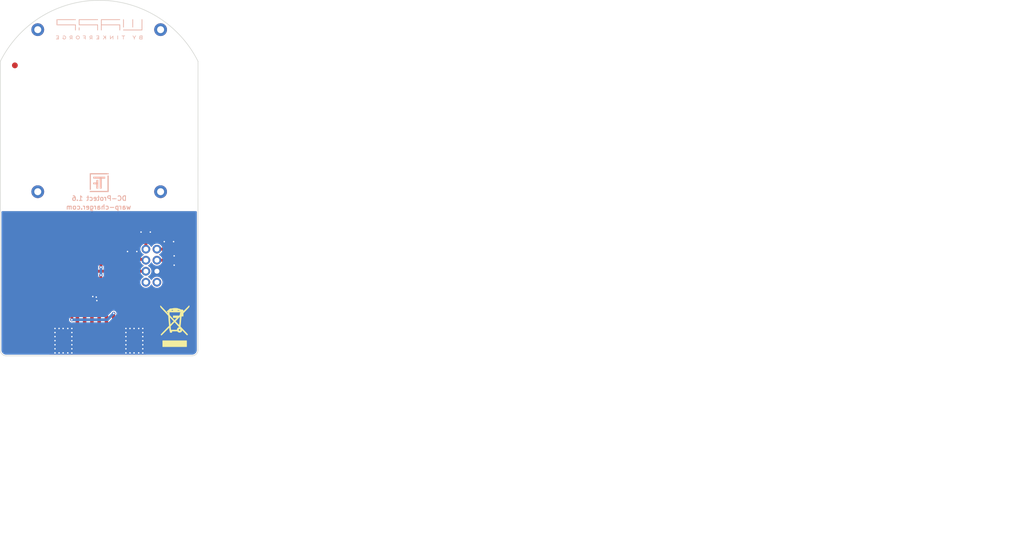
<source format=kicad_pcb>
(kicad_pcb (version 20221018) (generator pcbnew)
  (title_block (title "DC Protect X804") (date "2023-06-30") (rev "1.6") (company "Tinkerforge GmbH") (comment 1 "Licensed under CERN OHL v.1.1") (comment 2 "Copyright (©) 2023, T.Schneidermann <tim@tinkerforge.com>"))
  (layers (0 "F.Cu" signal) (31 "B.Cu" signal) (34 "B.Paste" user) (35 "F.Paste" user) (36 "B.SilkS" user "B.Silkscreen") (37 "F.SilkS" user "F.Silkscreen") (38 "B.Mask" user) (39 "F.Mask" user) (44 "Edge.Cuts" user))
  (net 0 "")
  (net 1 "Net-(C1-Pad1)")
  (net 2 "Net-(C2-Pad1)")
  (net 3 "Net-(P1-Pad6)")
  (net 4 "Net-(C3-Pad1)")
  (net 5 "Net-(C4-Pad1)")
  (net 8 "GND")
  (footprint "kicad-libraries:Fiducial_Mark" (layer "F.Cu") (at 105.5 104.7)
    (fp_text reference "Fiducial_Mark" hide)
    (fp_text value "VAL**" hide)
    (pad "1" smd circle (at 0 0) (size 1.00076 1.00076) (layers "F.Cu" "F.Paste" "F.Mask") (clearance 0.65024))
  )
  (footprint "kicad-libraries:C0402E" (layer "F.Cu") (at 125.675 109.95 90)
    (fp_text reference "C4")
    (fp_text value "100nF")
    (pad "1" smd rect (at -0.65 0 90) (size 0.7 0.9) (layers "F.Cu" "F.Paste" "F.Mask") (net 5 "Net-(C4-Pad1)"))
    (pad "2" smd rect (at 0.65 0 90) (size 0.7 0.9) (layers "F.Cu" "F.Paste" "F.Mask") (net 8 "GND"))
  )
  (footprint "kicad-libraries:C0805E" (layer "F.Cu") (at 118 119.2 180)
    (fp_text reference "C5")
    (fp_text value "DNP")
    (pad "1" smd rect (at -0.95 0 180) (size 1.3 1.5) (layers "F.Cu" "F.Paste" "F.Mask") (net 8 "GND") (clearance 0.14986))
    (pad "2" smd rect (at 0.95 0 180) (size 1.3 1.5) (layers "F.Cu" "F.Paste" "F.Mask") (net 3 "Net-(P1-Pad6)") (clearance 0.14986))
  )
  (footprint "kicad-libraries:Fiducial_Mark" (layer "F.Cu") (at 134.5 104.7)
    (fp_text reference "Fiducial_Mark" hide)
    (fp_text value "VAL**" hide)
    (pad "1" smd circle (at 0 0) (size 1.00076 1.00076) (layers "F.Cu" "F.Paste" "F.Mask") (clearance 0.65024))
  )
  (footprint "kicad-libraries:C0402E" (layer "F.Cu") (at 118.2 117.7 180)
    (fp_text reference "C6")
    (fp_text value "DNP")
    (pad "1" smd rect (at -0.65 0 180) (size 0.7 0.9) (layers "F.Cu" "F.Paste" "F.Mask") (net 8 "GND"))
    (pad "2" smd rect (at 0.65 0 180) (size 0.7 0.9) (layers "F.Cu" "F.Paste" "F.Mask") (net 3 "Net-(P1-Pad6)"))
  )
  (footprint "kicad-libraries:DC-Protect" (layer "F.Cu") (at 120 85)
    (fp_text reference "U1")
    (fp_text value "DC-Protect")
    (pad "" thru_hole circle (at -10.565 -13.95) (size 2.2 2.2) (drill 1.2) (layers "F&B.Cu" "*.Mask"))
    (pad "" thru_hole circle (at -10.565 13.95) (size 2.2 2.2) (drill 1.2) (layers "F&B.Cu" "*.Mask"))
    (pad "" np_thru_hole circle (at 0 0) (size 20 20) (drill 20) (layers "F&B.Cu" "*.Mask"))
    (pad "" thru_hole circle (at 10.565 -13.95) (size 2.2 2.2) (drill 1.2) (layers "F&B.Cu" "*.Mask"))
    (pad "" thru_hole circle (at 10.565 13.95) (size 2.2 2.2) (drill 1.2) (layers "F&B.Cu" "*.Mask"))
    (pad "1" thru_hole circle (at 9.935 23.84) (size 1.5 1.5) (drill 0.85) (layers "F&B.Cu" "*.Mask") (net 1 "Net-(C1-Pad1)"))
    (pad "2" thru_hole circle (at 8.035 23.84) (size 1.5 1.5) (drill 0.85) (layers "F&B.Cu" "*.Mask") (net 2 "Net-(C2-Pad1)"))
    (pad "3" thru_hole circle (at 9.935 25.74) (size 1.5 1.5) (drill 0.85) (layers "F&B.Cu" "*.Mask") (net 4 "Net-(C3-Pad1)"))
    (pad "4" thru_hole circle (at 8.035 25.74) (size 1.5 1.5) (drill 0.85) (layers "F&B.Cu" "*.Mask") (net 5 "Net-(C4-Pad1)"))
    (pad "5" thru_hole circle (at 9.935 27.64) (size 1.5 1.5) (drill 0.85) (layers "F&B.Cu" "*.Mask") (net 8 "GND"))
    (pad "6" thru_hole circle (at 8.035 27.64) (size 1.5 1.5) (drill 0.85) (layers "F&B.Cu" "*.Mask") (net 3 "Net-(P1-Pad6)"))
    (pad "7" thru_hole circle (at 9.935 29.54) (size 1.5 1.5) (drill 0.85) (layers "F&B.Cu" "*.Mask"))
    (pad "8" thru_hole circle (at 8.035 29.54) (size 1.5 1.5) (drill 0.85) (layers "F&B.Cu" "*.Mask"))
  )
  (footprint "kicad-libraries:C0402E" (layer "F.Cu") (at 128 106.6 90)
    (fp_text reference "C2")
    (fp_text value "10nF")
    (pad "1" smd rect (at -0.65 0 90) (size 0.7 0.9) (layers "F.Cu" "F.Paste" "F.Mask") (net 2 "Net-(C2-Pad1)"))
    (pad "2" smd rect (at 0.65 0 90) (size 0.7 0.9) (layers "F.Cu" "F.Paste" "F.Mask") (net 8 "GND"))
  )
  (footprint "kicad-libraries:CON-SENSOR2_180" (layer "F.Cu") (at 120 126)
    (fp_text reference "P1")
    (fp_text value "CON-SENSOR2-BLANK")
    (pad "1" smd rect (at 3.75 -4.8) (size 0.6 1.8) (layers "F.Cu" "F.Paste" "F.Mask") (net 1 "Net-(C1-Pad1)"))
    (pad "2" smd rect (at 2.5 -4.8) (size 0.6 1.8) (layers "F.Cu" "F.Paste" "F.Mask") (net 2 "Net-(C2-Pad1)"))
    (pad "3" smd rect (at 1.25 -4.8) (size 0.6 1.8) (layers "F.Cu" "F.Paste" "F.Mask") (net 4 "Net-(C3-Pad1)"))
    (pad "4" smd rect (at 0 -4.8) (size 0.6 1.8) (layers "F.Cu" "F.Paste" "F.Mask") (net 5 "Net-(C4-Pad1)"))
    (pad "5" smd rect (at -1.25 -4.8) (size 0.6 1.8) (layers "F.Cu" "F.Paste" "F.Mask") (net 8 "GND"))
    (pad "6" smd rect (at -2.5 -4.8) (size 0.6 1.8) (layers "F.Cu" "F.Paste" "F.Mask") (net 3 "Net-(P1-Pad6)"))
    (pad "7" smd rect (at -3.75 -4.8) (size 0.6 1.8) (layers "F.Cu" "F.Paste" "F.Mask"))
    (pad "EP" smd rect (at -6.1 -1.4) (size 1.8 2.8) (layers "F.Cu" "F.Paste" "F.Mask") (net 8 "GND"))
    (pad "EP" smd rect (at 6.1 -1.4) (size 1.8 2.8) (layers "F.Cu" "F.Paste" "F.Mask") (net 8 "GND"))
  )
  (footprint "kicad-libraries:C0402E" (layer "F.Cu") (at 132 108.25 90)
    (fp_text reference "C1")
    (fp_text value "100nF")
    (pad "1" smd rect (at -0.65 0 90) (size 0.7 0.9) (layers "F.Cu" "F.Paste" "F.Mask") (net 1 "Net-(C1-Pad1)"))
    (pad "2" smd rect (at 0.65 0 90) (size 0.7 0.9) (layers "F.Cu" "F.Paste" "F.Mask") (net 8 "GND"))
  )
  (footprint "kicad-libraries:C0402E" (layer "F.Cu") (at 132.2 110.8)
    (fp_text reference "C3")
    (fp_text value "100nF")
    (pad "1" smd rect (at -0.65 0) (size 0.7 0.9) (layers "F.Cu" "F.Paste" "F.Mask") (net 4 "Net-(C3-Pad1)"))
    (pad "2" smd rect (at 0.65 0) (size 0.7 0.9) (layers "F.Cu" "F.Paste" "F.Mask") (net 8 "GND"))
  )
  (footprint "kicad-libraries:Fiducial_Mark" (layer "F.Cu") (at 105.5 124.7)
    (fp_text reference "Fiducial_Mark" hide)
    (fp_text value "VAL**" hide)
    (pad "1" smd circle (at 0 0) (size 1.00076 1.00076) (layers "F.Cu" "F.Paste" "F.Mask") (clearance 0.65024))
  )
  (footprint "kicad-libraries:Fiducial_Mark" (layer "F.Cu") (at 105.5 77.2)
    (fp_text reference "Fiducial_Mark" hide)
    (fp_text value "VAL**" hide)
    (pad "1" smd circle (at 0 0) (size 1.00076 1.00076) (layers "F.Cu" "F.Paste" "F.Mask") (clearance 0.65024))
  )
  (footprint "kicad-libraries:WEEE_7mm" (layer "F.Cu") (at 133 122.1)
    (fp_text reference "VAL" hide)
    (fp_text value "WEEE_7mm" hide)
  )
  (footprint "kicad-libraries:LogoWARP_15x3" (layer "B.Cu") (at 120 71 180)
    (fp_text reference "G***")
    (fp_text value "LOGO" hide)
  )
  (footprint "kicad-libraries:Logo_31x31" (layer "B.Cu") (at 120 97.4 180)
    (fp_text reference "G***" hide)
    (fp_text value "LOGO" hide)
  )
  (gr_line (start 102.992893 126.2) (end 103.000001 76.5) (stroke (width 0.1)) (layer "Edge.Cuts"))
  (gr_arc (start 103.000001 76.5) (mid 120 65.993423) (end 136.999999 76.5) (stroke (width 0.1)) (layer "Edge.Cuts"))
  (gr_arc (start 136.992893 126.2) (mid 136.7 126.907107) (end 135.992893 127.2) (stroke (width 0.1)) (layer "Edge.Cuts"))
  (gr_arc (start 103.992893 127.2) (mid 103.285786 126.907107) (end 102.992893 126.2) (stroke (width 0.1)) (layer "Edge.Cuts"))
  (gr_line (start 136.999999 76.5) (end 136.992893 126.2) (stroke (width 0.1)) (layer "Edge.Cuts"))
  (gr_line (start 135.992893 127.2) (end 103.992893 127.2) (stroke (width 0.1)) (layer "Edge.Cuts"))
  (gr_text "warp-charger.com" (at 119.9 101.6) (layer "B.SilkS") (effects (font (size 0.8 0.8)) (justify mirror)))
  (gr_text "DC-Protect 1.6" (at 120 100.1) (layer "B.SilkS") (effects (font (size 0.8 0.8)) (justify mirror)))
  (segment (start 134.2 114.8) (end 131.3 117.7) (width 0.5) (layer "F.Cu") (net 1))
  (segment (start 134.2 109.7) (end 134.2 114.8) (width 0.5) (layer "F.Cu") (net 1))
  (segment (start 125.8 117.7) (end 123.75 119.75) (width 0.5) (layer "F.Cu") (net 1))
  (segment (start 129.935 108.84) (end 131.94 108.84) (width 0.5) (layer "F.Cu") (net 1))
  (segment (start 133.4 108.9) (end 134.2 109.7) (width 0.5) (layer "F.Cu") (net 1))
  (segment (start 131.3 117.7) (end 125.8 117.7) (width 0.5) (layer "F.Cu") (net 1))
  (segment (start 123.75 119.75) (end 123.75 121.2) (width 0.5) (layer "F.Cu") (net 1))
  (segment (start 132 108.9) (end 133.4 108.9) (width 0.5) (layer "F.Cu") (net 1))
  (segment (start 128.035 107.285) (end 128 107.25) (width 0.5) (layer "F.Cu") (net 2))
  (segment (start 115.3 111.6) (end 115.3 121) (width 0.5) (layer "F.Cu") (net 2))
  (segment (start 128 107.25) (end 124.65 107.25) (width 0.5) (layer "F.Cu") (net 2))
  (segment (start 124.65 107.25) (end 123.1 108.8) (width 0.5) (layer "F.Cu") (net 2))
  (segment (start 123.1 108.8) (end 118.1 108.8) (width 0.5) (layer "F.Cu") (net 2))
  (segment (start 122.5 119.9) (end 122.5 121.2) (width 0.5) (layer "F.Cu") (net 2))
  (segment (start 118.1 108.8) (end 115.3 111.6) (width 0.5) (layer "F.Cu") (net 2))
  (segment (start 128.035 108.84) (end 128.035 107.285) (width 0.5) (layer "F.Cu") (net 2))
  (via (at 115.3 121) (size 0.55) (drill 0.25) (layers "F.Cu" "B.Cu") (net 2))
  (via (at 122.5 119.9) (size 0.55) (drill 0.25) (layers "F.Cu" "B.Cu") (net 2))
  (segment (start 115.3 121) (end 121.4 121) (width 0.5) (layer "B.Cu") (net 2))
  (segment (start 121.4 121) (end 122.5 119.9) (width 0.5) (layer "B.Cu") (net 2))
  (segment (start 117.05 119.2) (end 117.25 119.2) (width 0.5) (layer "F.Cu") (net 3))
  (segment (start 117.55 114.85) (end 119.76 112.64) (width 0.5) (layer "F.Cu") (net 3))
  (segment (start 117.55 117.7) (end 117.55 114.85) (width 0.5) (layer "F.Cu") (net 3))
  (segment (start 117.55 118.7) (end 117.05 119.2) (width 0.5) (layer "F.Cu") (net 3))
  (segment (start 119.76 112.64) (end 128.035 112.64) (width 0.5) (layer "F.Cu") (net 3))
  (segment (start 117.55 117.7) (end 117.55 118.7) (width 0.5) (layer "F.Cu") (net 3))
  (segment (start 117.5 119.45) (end 117.5 121.2) (width 0.5) (layer "F.Cu") (net 3))
  (segment (start 117.25 119.2) (end 117.5 119.45) (width 0.5) (layer "F.Cu") (net 3))
  (segment (start 131.55 110.8) (end 131.55 115.05) (width 0.5) (layer "F.Cu") (net 4))
  (segment (start 121.25 118.05) (end 121.25 121.2) (width 0.5) (layer "F.Cu") (net 4))
  (segment (start 131.55 115.05) (end 130.4 116.2) (width 0.5) (layer "F.Cu") (net 4))
  (segment (start 129.935 110.74) (end 131.49 110.74) (width 0.5) (layer "F.Cu") (net 4))
  (segment (start 131.49 110.74) (end 131.55 110.8) (width 0.5) (layer "F.Cu") (net 4))
  (segment (start 123.1 116.2) (end 121.25 118.05) (width 0.5) (layer "F.Cu") (net 4))
  (segment (start 130.4 116.2) (end 123.1 116.2) (width 0.5) (layer "F.Cu") (net 4))
  (segment (start 121.2 110.6) (end 125.675 110.6) (width 0.5) (layer "F.Cu") (net 5))
  (segment (start 120 120.1) (end 120 121.2) (width 0.5) (layer "F.Cu") (net 5))
  (segment (start 127.895 110.6) (end 125.675 110.6) (width 0.5) (layer "F.Cu") (net 5))
  (segment (start 120.3 111.9665) (end 120.3 111.5) (width 0.5) (layer "F.Cu") (net 5))
  (segment (start 128.035 110.74) (end 127.895 110.6) (width 0.5) (layer "F.Cu") (net 5))
  (segment (start 120.3 111.5) (end 121.2 110.6) (width 0.5) (layer "F.Cu") (net 5))
  (segment (start 120.274 113.3395) (end 120.274 119.826) (width 0.5) (layer "F.Cu") (net 5))
  (segment (start 120.3 113.3135) (end 120.274 113.3395) (width 0.5) (layer "F.Cu") (net 5))
  (segment (start 120.274 119.826) (end 120 120.1) (width 0.5) (layer "F.Cu") (net 5))
  (via (at 120.3 111.9665) (size 0.55) (drill 0.25) (layers "F.Cu" "B.Cu") (net 5))
  (via (at 120.3 113.3135) (size 0.55) (drill 0.25) (layers "F.Cu" "B.Cu") (net 5))
  (segment (start 120.3 111.9665) (end 120.3 113.3135) (width 0.5) (layer "B.Cu") (net 5))
  (segment (start 132 107.6) (end 131.25 107.6) (width 0.5) (layer "F.Cu") (net 8))
  (segment (start 124.925 109.3) (end 124.875 109.25) (width 0.5) (layer "F.Cu") (net 8))
  (segment (start 132.85 110.8) (end 132.85 111.55) (width 0.5) (layer "F.Cu") (net 8))
  (segment (start 132 107.6) (end 132.75 107.6) (width 0.5) (layer "F.Cu") (net 8))
  (segment (start 132.85 110.05) (end 132.9 110) (width 0.5) (layer "F.Cu") (net 8))
  (segment (start 118.85 117.7) (end 118.9 117.7) (width 0.5) (layer "F.Cu") (net 8))
  (segment (start 118.75 119.6) (end 119.15 119.2) (width 0.5) (layer "F.Cu") (net 8))
  (segment (start 118.85 118.05) (end 118.85 117.7) (width 0.5) (layer "F.Cu") (net 8))
  (segment (start 132.85 110.8) (end 132.85 110.05) (width 0.5) (layer "F.Cu") (net 8))
  (segment (start 127.2 105.9) (end 127.25 105.95) (width 0.5) (layer "F.Cu") (net 8))
  (segment (start 118.85 117.05) (end 118.9 117) (width 0.5) (layer "F.Cu") (net 8))
  (segment (start 119.15 119.2) (end 119.15 118.35) (width 0.5) (layer "F.Cu") (net 8))
  (segment (start 128 105.95) (end 128.75 105.95) (width 0.5) (layer "F.Cu") (net 8))
  (segment (start 118.85 117.7) (end 118.85 117.05) (width 0.5) (layer "F.Cu") (net 8))
  (segment (start 118.75 121.2) (end 118.75 119.6) (width 0.5) (layer "F.Cu") (net 8))
  (segment (start 118.9 117.7) (end 119.5 117.1) (width 0.5) (layer "F.Cu") (net 8))
  (segment (start 125.675 109.3) (end 124.925 109.3) (width 0.5) (layer "F.Cu") (net 8))
  (segment (start 118.85 117.7) (end 119.6 117.7) (width 0.5) (layer "F.Cu") (net 8))
  (segment (start 131.25 107.6) (end 131.2 107.55) (width 0.5) (layer "F.Cu") (net 8))
  (segment (start 127.25 105.95) (end 128 105.95) (width 0.5) (layer "F.Cu") (net 8))
  (segment (start 132.85 111.55) (end 132.9 111.6) (width 0.5) (layer "F.Cu") (net 8))
  (segment (start 126.425 109.3) (end 126.475 109.25) (width 0.5) (layer "F.Cu") (net 8))
  (segment (start 128.75 105.95) (end 128.8 105.9) (width 0.5) (layer "F.Cu") (net 8))
  (segment (start 125.675 109.3) (end 126.425 109.3) (width 0.5) (layer "F.Cu") (net 8))
  (segment (start 132.75 107.6) (end 132.8 107.55) (width 0.5) (layer "F.Cu") (net 8))
  (segment (start 119.15 118.35) (end 118.85 118.05) (width 0.5) (layer "F.Cu") (net 8))
  (via (at 112.4 123.9) (size 0.55) (drill 0.25) (layers "F.Cu" "B.Cu") (net 8))
  (via (at 115.3 126.7) (size 0.55) (drill 0.25) (layers "F.Cu" "B.Cu") (net 8))
  (via (at 113.1 126.7) (size 0.55) (drill 0.25) (layers "F.Cu" "B.Cu") (net 8))
  (via (at 124.6 123.9) (size 0.55) (drill 0.25) (layers "F.Cu" "B.Cu") (net 8))
  (via (at 125.3 122.5) (size 0.55) (drill 0.25) (layers "F.Cu" "B.Cu") (net 8))
  (via (at 114.6 122.5) (size 0.55) (drill 0.25) (layers "F.Cu" "B.Cu") (net 8))
  (via (at 126 126.7) (size 0.55) (drill 0.25) (layers "F.Cu" "B.Cu") (net 8))
  (via (at 126.8 126.7) (size 0.55) (drill 0.25) (layers "F.Cu" "B.Cu") (net 8))
  (via (at 127.2 105.9) (size 0.55) (drill 0.25) (layers "F.Cu" "B.Cu") (net 8))
  (via (at 126.475 109.25) (size 0.55) (drill 0.25) (layers "F.Cu" "B.Cu") (net 8))
  (via (at 113.8 126.7) (size 0.55) (drill 0.25) (layers "F.Cu" "B.Cu") (net 8))
  (via (at 124.6 123.2) (size 0.55) (drill 0.25) (layers "F.Cu" "B.Cu") (net 8))
  (via (at 125.3 126.7) (size 0.55) (drill 0.25) (layers "F.Cu" "B.Cu") (net 8))
  (via (at 132.9 111.6) (size 0.55) (drill 0.25) (layers "F.Cu" "B.Cu") (net 8))
  (via (at 124.875 109.25) (size 0.55) (drill 0.25) (layers "F.Cu" "B.Cu") (net 8))
  (via (at 131.2 107.55) (size 0.55) (drill 0.25) (layers "F.Cu" "B.Cu") (net 8))
  (via (at 112.4 123.2) (size 0.55) (drill 0.25) (layers "F.Cu" "B.Cu") (net 8))
  (via (at 127.5 125.3) (size 0.55) (drill 0.25) (layers "F.Cu" "B.Cu") (net 8))
  (via (at 115.3 124.6) (size 0.55) (drill 0.25) (layers "F.Cu" "B.Cu") (net 8))
  (via (at 124.6 126) (size 0.55) (drill 0.25) (layers "F.Cu" "B.Cu") (net 8))
  (via (at 119.6 117.7) (size 0.55) (drill 0.25) (layers "F.Cu" "B.Cu") (net 8))
  (via (at 119.5 117.1) (size 0.55) (drill 0.25) (layers "F.Cu" "B.Cu") (net 8))
  (via (at 113.8 122.5) (size 0.55) (drill 0.25) (layers "F.Cu" "B.Cu") (net 8))
  (via (at 118.9 117) (size 0.55) (drill 0.25) (layers "F.Cu" "B.Cu") (net 8))
  (via (at 127.5 124.6) (size 0.55) (drill 0.25) (layers "F.Cu" "B.Cu") (net 8))
  (via (at 114.6 126.7) (size 0.55) (drill 0.25) (layers "F.Cu" "B.Cu") (net 8))
  (via (at 127.5 126.7) (size 0.55) (drill 0.25) (layers "F.Cu" "B.Cu") (net 8))
  (via (at 124.6 125.3) (size 0.55) (drill 0.25) (layers "F.Cu" "B.Cu") (net 8))
  (via (at 112.4 126) (size 0.55) (drill 0.25) (layers "F.Cu" "B.Cu") (net 8))
  (via (at 126 122.5) (size 0.55) (drill 0.25) (layers "F.Cu" "B.Cu") (net 8))
  (via (at 115.3 122.5) (size 0.55) (drill 0.25) (layers "F.Cu" "B.Cu") (net 8))
  (via (at 127.5 126) (size 0.55) (drill 0.25) (layers "F.Cu" "B.Cu") (net 8))
  (via (at 132.9 110) (size 0.55) (drill 0.25) (layers "F.Cu" "B.Cu") (net 8))
  (via (at 124.6 124.6) (size 0.55) (drill 0.25) (layers "F.Cu" "B.Cu") (net 8))
  (via (at 113.1 122.5) (size 0.55) (drill 0.25) (layers "F.Cu" "B.Cu") (net 8))
  (via (at 115.3 125.3) (size 0.55) (drill 0.25) (layers "F.Cu" "B.Cu") (net 8))
  (via (at 112.4 126.7) (size 0.55) (drill 0.25) (layers "F.Cu" "B.Cu") (net 8))
  (via (at 128.8 105.9) (size 0.55) (drill 0.25) (layers "F.Cu" "B.Cu") (net 8))
  (via (at 127.5 123.9) (size 0.55) (drill 0.25) (layers "F.Cu" "B.Cu") (net 8))
  (via (at 112.4 124.6) (size 0.55) (drill 0.25) (layers "F.Cu" "B.Cu") (net 8))
  (via (at 115.3 123.2) (size 0.55) (drill 0.25) (layers "F.Cu" "B.Cu") (net 8))
  (via (at 112.4 125.3) (size 0.55) (drill 0.25) (layers "F.Cu" "B.Cu") (net 8))
  (via (at 124.6 126.7) (size 0.55) (drill 0.25) (layers "F.Cu" "B.Cu") (net 8))
  (via (at 132.8 107.55) (size 0.55) (drill 0.25) (layers "F.Cu" "B.Cu") (net 8))
  (via (at 127.5 123.2) (size 0.55) (drill 0.25) (layers "F.Cu" "B.Cu") (net 8))
  (via (at 126.8 122.5) (size 0.55) (drill 0.25) (layers "F.Cu" "B.Cu") (net 8))
  (via (at 115.3 126) (size 0.55) (drill 0.25) (layers "F.Cu" "B.Cu") (net 8))
  (via (at 112.4 122.5) (size 0.55) (drill 0.25) (layers "F.Cu" "B.Cu") (net 8))
  (via (at 127.5 122.5) (size 0.55) (drill 0.25) (layers "F.Cu" "B.Cu") (net 8))
  (via (at 124.6 122.5) (size 0.55) (drill 0.25) (layers "F.Cu" "B.Cu") (net 8))
  (via (at 115.3 123.9) (size 0.55) (drill 0.25) (layers "F.Cu" "B.Cu") (net 8))
  (zone (net 8) (net_name "GND") (layer "F.Cu") (connect_pads yes (clearance 0.2)) (min_thickness 0.254) (fill yes (thermal_gap 0.508) (thermal_bridge_width 0.508))
    (polygon (pts (xy 128.1 127.2) (xy 111.4 127.2) (xy 111.4 122.1) (xy 116 122.1) (xy 116 122.6) (xy 124.2 122.6) (xy 124.2 122.1) (xy 128.1 122.1)))
  )
  (zone (net 8) (net_name "GND") (layer "B.Cu") (connect_pads yes (clearance 0.2)) (min_thickness 0.254) (fill yes (thermal_gap 0.508) (thermal_bridge_width 0.508))
    (polygon (pts (xy 137 127.2) (xy 103 127.2) (xy 103 102.3) (xy 137 102.3)))
  )
)
</source>
